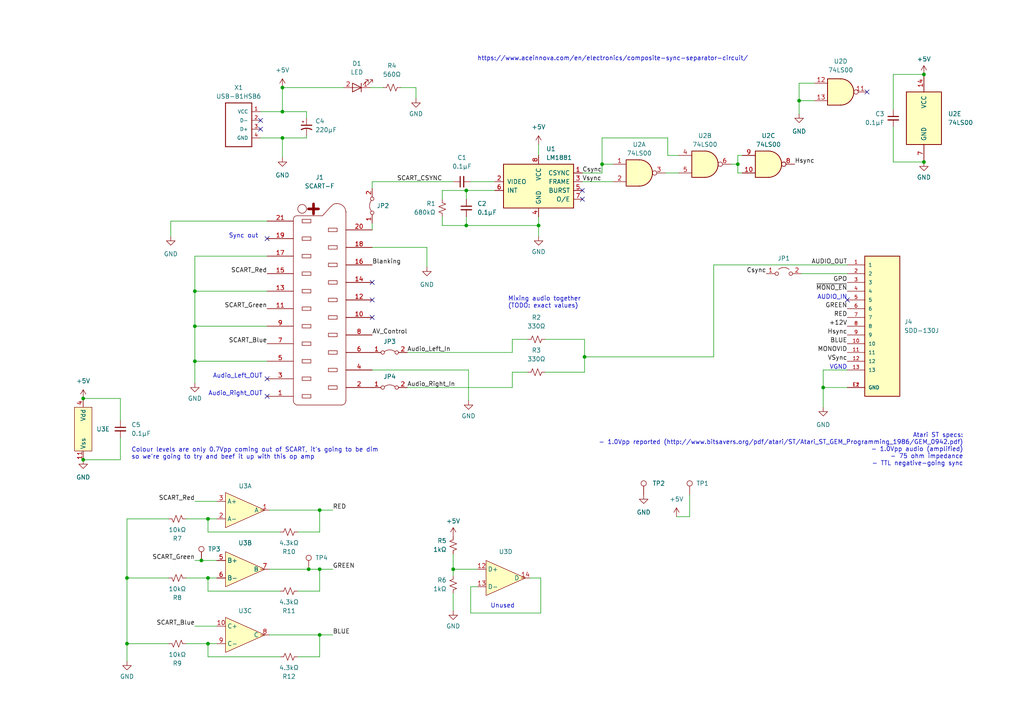
<source format=kicad_sch>
(kicad_sch (version 20230121) (generator eeschema)
  (paper "A4")
  (lib_symbols
    (symbol "74xx:74LS00" (pin_names (offset 1.016))
      (property "Reference" "U" (at 0 1.27 0))
      (property "Value" "74LS00" (at 0 -1.27 0))
      (symbol "74LS00_1_1"
        (arc (start 0 -3.81) (mid 3.7934 0) (end 0 3.81) (stroke (width 0.254)) (fill (type background)))
        (polyline (pts (xy 0 3.81) (xy -3.81 3.81) (xy -3.81 -3.81) (xy 0 -3.81)) (stroke (width 0.254)) (fill (type background)))
        (pin input line (at -7.62 2.54 0) (length 3.81) (name "~") (number "1"))
        (pin input line (at -7.62 -2.54 0) (length 3.81) (name "~") (number "2"))
        (pin output inverted (at 7.62 0 180) (length 3.81) (name "~") (number "3"))
      )
      (symbol "74LS00_1_2"
        (arc (start -3.81 -3.81) (mid -2.589 0) (end -3.81 3.81) (stroke (width 0.254)))
        (arc (start -0.6096 -3.81) (mid 2.1842 -2.5851) (end 3.81 0) (stroke (width 0.254)) (fill (type background)))
        (polyline (pts (xy -3.81 -3.81) (xy -0.635 -3.81)) (stroke (width 0.254)) (fill (type background)))
        (polyline (pts (xy -3.81 3.81) (xy -0.635 3.81)) (stroke (width 0.254)) (fill (type background)))
        (polyline (pts (xy -0.635 3.81) (xy -3.81 3.81) (xy -3.81 3.81) (xy -3.556 3.4036) (xy -3.0226 2.2606) (xy -2.6924 1.0414) (xy -2.6162 -0.254) (xy -2.7686 -1.4986) (xy -3.175 -2.7178) (xy -3.81 -3.81) (xy -3.81 -3.81) (xy -0.635 -3.81)) (stroke (width -25.4)) (fill (type background)))
        (arc (start 3.81 0) (mid 2.1915 2.5936) (end -0.6096 3.81) (stroke (width 0.254)) (fill (type background)))
        (pin input inverted (at -7.62 2.54 0) (length 4.318) (name "~") (number "1"))
        (pin input inverted (at -7.62 -2.54 0) (length 4.318) (name "~") (number "2"))
        (pin output line (at 7.62 0 180) (length 3.81) (name "~") (number "3"))
      )
      (symbol "74LS00_2_1"
        (arc (start 0 -3.81) (mid 3.7934 0) (end 0 3.81) (stroke (width 0.254)) (fill (type background)))
        (polyline (pts (xy 0 3.81) (xy -3.81 3.81) (xy -3.81 -3.81) (xy 0 -3.81)) (stroke (width 0.254)) (fill (type background)))
        (pin input line (at -7.62 2.54 0) (length 3.81) (name "~") (number "4"))
        (pin input line (at -7.62 -2.54 0) (length 3.81) (name "~") (number "5"))
        (pin output inverted (at 7.62 0 180) (length 3.81) (name "~") (number "6"))
      )
      (symbol "74LS00_2_2"
        (arc (start -3.81 -3.81) (mid -2.589 0) (end -3.81 3.81) (stroke (width 0.254)))
        (arc (start -0.6096 -3.81) (mid 2.1842 -2.5851) (end 3.81 0) (stroke (width 0.254)) (fill (type background)))
        (polyline (pts (xy -3.81 -3.81) (xy -0.635 -3.81)) (stroke (width 0.254)) (fill (type background)))
        (polyline (pts (xy -3.81 3.81) (xy -0.635 3.81)) (stroke (width 0.254)) (fill (type background)))
        (polyline (pts (xy -0.635 3.81) (xy -3.81 3.81) (xy -3.81 3.81) (xy -3.556 3.4036) (xy -3.0226 2.2606) (xy -2.6924 1.0414) (xy -2.6162 -0.254) (xy -2.7686 -1.4986) (xy -3.175 -2.7178) (xy -3.81 -3.81) (xy -3.81 -3.81) (xy -0.635 -3.81)) (stroke (width -25.4)) (fill (type background)))
        (arc (start 3.81 0) (mid 2.1915 2.5936) (end -0.6096 3.81) (stroke (width 0.254)) (fill (type background)))
        (pin input inverted (at -7.62 2.54 0) (length 4.318) (name "~") (number "4"))
        (pin input inverted (at -7.62 -2.54 0) (length 4.318) (name "~") (number "5"))
        (pin output line (at 7.62 0 180) (length 3.81) (name "~") (number "6"))
      )
      (symbol "74LS00_3_1"
        (arc (start 0 -3.81) (mid 3.7934 0) (end 0 3.81) (stroke (width 0.254)) (fill (type background)))
        (polyline (pts (xy 0 3.81) (xy -3.81 3.81) (xy -3.81 -3.81) (xy 0 -3.81)) (stroke (width 0.254)) (fill (type background)))
        (pin input line (at -7.62 -2.54 0) (length 3.81) (name "~") (number "10"))
        (pin output inverted (at 7.62 0 180) (length 3.81) (name "~") (number "8"))
        (pin input line (at -7.62 2.54 0) (length 3.81) (name "~") (number "9"))
      )
      (symbol "74LS00_3_2"
        (arc (start -3.81 -3.81) (mid -2.589 0) (end -3.81 3.81) (stroke (width 0.254)))
        (arc (start -0.6096 -3.81) (mid 2.1842 -2.5851) (end 3.81 0) (stroke (width 0.254)) (fill (type background)))
        (polyline (pts (xy -3.81 -3.81) (xy -0.635 -3.81)) (stroke (width 0.254)) (fill (type background)))
        (polyline (pts (xy -3.81 3.81) (xy -0.635 3.81)) (stroke (width 0.254)) (fill (type background)))
        (polyline (pts (xy -0.635 3.81) (xy -3.81 3.81) (xy -3.81 3.81) (xy -3.556 3.4036) (xy -3.0226 2.2606) (xy -2.6924 1.0414) (xy -2.6162 -0.254) (xy -2.7686 -1.4986) (xy -3.175 -2.7178) (xy -3.81 -3.81) (xy -3.81 -3.81) (xy -0.635 -3.81)) (stroke (width -25.4)) (fill (type background)))
        (arc (start 3.81 0) (mid 2.1915 2.5936) (end -0.6096 3.81) (stroke (width 0.254)) (fill (type background)))
        (pin input inverted (at -7.62 -2.54 0) (length 4.318) (name "~") (number "10"))
        (pin output line (at 7.62 0 180) (length 3.81) (name "~") (number "8"))
        (pin input inverted (at -7.62 2.54 0) (length 4.318) (name "~") (number "9"))
      )
      (symbol "74LS00_4_1"
        (arc (start 0 -3.81) (mid 3.7934 0) (end 0 3.81) (stroke (width 0.254)) (fill (type background)))
        (polyline (pts (xy 0 3.81) (xy -3.81 3.81) (xy -3.81 -3.81) (xy 0 -3.81)) (stroke (width 0.254)) (fill (type background)))
        (pin output inverted (at 7.62 0 180) (length 3.81) (name "~") (number "11"))
        (pin input line (at -7.62 2.54 0) (length 3.81) (name "~") (number "12"))
        (pin input line (at -7.62 -2.54 0) (length 3.81) (name "~") (number "13"))
      )
      (symbol "74LS00_4_2"
        (arc (start -3.81 -3.81) (mid -2.589 0) (end -3.81 3.81) (stroke (width 0.254)))
        (arc (start -0.6096 -3.81) (mid 2.1842 -2.5851) (end 3.81 0) (stroke (width 0.254)) (fill (type background)))
        (polyline (pts (xy -3.81 -3.81) (xy -0.635 -3.81)) (stroke (width 0.254)) (fill (type background)))
        (polyline (pts (xy -3.81 3.81) (xy -0.635 3.81)) (stroke (width 0.254)) (fill (type background)))
        (polyline (pts (xy -0.635 3.81) (xy -3.81 3.81) (xy -3.81 3.81) (xy -3.556 3.4036) (xy -3.0226 2.2606) (xy -2.6924 1.0414) (xy -2.6162 -0.254) (xy -2.7686 -1.4986) (xy -3.175 -2.7178) (xy -3.81 -3.81) (xy -3.81 -3.81) (xy -0.635 -3.81)) (stroke (width -25.4)) (fill (type background)))
        (arc (start 3.81 0) (mid 2.1915 2.5936) (end -0.6096 3.81) (stroke (width 0.254)) (fill (type background)))
        (pin output line (at 7.62 0 180) (length 3.81) (name "~") (number "11"))
        (pin input inverted (at -7.62 2.54 0) (length 4.318) (name "~") (number "12"))
        (pin input inverted (at -7.62 -2.54 0) (length 4.318) (name "~") (number "13"))
      )
      (symbol "74LS00_5_0"
        (pin power_in line (at 0 12.7 270) (length 5.08) (name "VCC") (number "14"))
        (pin power_in line (at 0 -12.7 90) (length 5.08) (name "GND") (number "7"))
      )
      (symbol "74LS00_5_1"
        (rectangle (start -5.08 7.62) (end 5.08 -7.62) (stroke (width 0.254)) (fill (type background)))
      )
    )
    (symbol "Amps:MCP6499"
      (property "Reference" "U" (at 0 0 0))
      (symbol "MCP6499_1_1"
        (polyline (pts (xy -5.08 5.08) (xy -5.08 -5.08) (xy 6.35 0) (xy -5.08 5.08)) (fill (type background)))
        (pin output line (at 7.62 0 180) (length 2.54) (name "A") (number "1"))
        (pin input line (at -7.62 -2.54 0) (length 2.54) (name "A-") (number "2"))
        (pin input line (at -7.62 2.54 0) (length 2.54) (name "A+") (number "3"))
      )
      (symbol "MCP6499_2_1"
        (polyline (pts (xy -5.08 5.08) (xy -5.08 -5.08) (xy 6.35 0) (xy -5.08 5.08)) (fill (type background)))
        (pin input line (at -7.62 2.54 0) (length 2.54) (name "B+") (number "5"))
        (pin input line (at -7.62 -2.54 0) (length 2.54) (name "B-") (number "6"))
        (pin output line (at 7.62 0 180) (length 2.54) (name "B") (number "7"))
      )
      (symbol "MCP6499_3_1"
        (polyline (pts (xy -5.08 5.08) (xy -5.08 -5.08) (xy 6.35 0) (xy -5.08 5.08)) (fill (type background)))
        (pin input line (at -7.62 2.54 0) (length 2.54) (name "C+") (number "10"))
        (pin output line (at 7.62 0 180) (length 2.54) (name "C") (number "8"))
        (pin input line (at -7.62 -2.54 0) (length 2.54) (name "C-") (number "9"))
      )
      (symbol "MCP6499_4_1"
        (polyline (pts (xy -5.08 5.08) (xy -5.08 -5.08) (xy 6.35 0) (xy -5.08 5.08)) (fill (type background)))
        (pin input line (at -7.62 2.54 0) (length 2.54) (name "D+") (number "12"))
        (pin input line (at -7.62 -2.54 0) (length 2.54) (name "D-") (number "13"))
        (pin output line (at 7.62 0 180) (length 2.54) (name "D") (number "14"))
      )
      (symbol "MCP6499_5_1"
        (rectangle (start -2.54 6.35) (end 2.54 -6.35) (fill (type background)))
        (pin power_in line (at 0 -8.89 90) (length 2.54) (name "Vss") (number "11"))
        (pin power_in line (at 0 8.89 270) (length 2.54) (name "Vdd") (number "4"))
      )
    )
    (symbol "Connector:TestPoint" (pin_numbers hide) (pin_names (offset 0.762) hide)
      (property "Reference" "TP" (at 0 6.858 0))
      (property "Value" "TestPoint" (at 0 5.08 0))
      (symbol "TestPoint_0_1"
        (circle (center 0 3.302) (radius 0.762))
      )
      (symbol "TestPoint_1_1"
        (pin passive line (at 0 0 90) (length 2.54) (name "1") (number "1"))
      )
    )
    (symbol "Device:C_Polarized_Small_US" (pin_numbers hide) (pin_names (offset 0.254) hide)
      (property "Reference" "C" (at 0.254 1.778 0))
      (property "Value" "C_Polarized_Small_US" (at 0.254 -2.032 0))
      (symbol "C_Polarized_Small_US_0_1"
        (polyline (pts (xy -1.524 0.508) (xy 1.524 0.508)) (stroke (width 0.3048)))
        (polyline (pts (xy -1.27 1.524) (xy -0.762 1.524)))
        (polyline (pts (xy -1.016 1.27) (xy -1.016 1.778)))
        (arc (start 1.524 -0.762) (mid 0 -0.3734) (end -1.524 -0.762) (stroke (width 0.3048)))
      )
      (symbol "C_Polarized_Small_US_1_1"
        (pin passive line (at 0 2.54 270) (length 2.032) (name "~") (number "1"))
        (pin passive line (at 0 -2.54 90) (length 2.032) (name "~") (number "2"))
      )
    )
    (symbol "Device:C_Small" (pin_numbers hide) (pin_names (offset 0.254) hide)
      (property "Reference" "C" (at 0.254 1.778 0))
      (property "Value" "C_Small" (at 0.254 -2.032 0))
      (symbol "C_Small_0_1"
        (polyline (pts (xy -1.524 -0.508) (xy 1.524 -0.508)) (stroke (width 0.3302)))
        (polyline (pts (xy -1.524 0.508) (xy 1.524 0.508)) (stroke (width 0.3048)))
      )
      (symbol "C_Small_1_1"
        (pin passive line (at 0 2.54 270) (length 2.032) (name "~") (number "1"))
        (pin passive line (at 0 -2.54 90) (length 2.032) (name "~") (number "2"))
      )
    )
    (symbol "Device:R_Small_US" (pin_numbers hide) (pin_names (offset 0.254) hide)
      (property "Reference" "R" (at 0.762 0.508 0))
      (property "Value" "R_Small_US" (at 0.762 -1.016 0))
      (symbol "R_Small_US_1_1"
        (polyline (pts (xy 0 0) (xy 1.016 -0.381) (xy 0 -0.762) (xy -1.016 -1.143) (xy 0 -1.524)))
        (polyline (pts (xy 0 1.524) (xy 1.016 1.143) (xy 0 0.762) (xy -1.016 0.381) (xy 0 0)))
        (pin passive line (at 0 2.54 270) (length 1.016) (name "~") (number "1"))
        (pin passive line (at 0 -2.54 90) (length 1.016) (name "~") (number "2"))
      )
    )
    (symbol "Jumper:Jumper_2_Bridged" (pin_names (offset 0) hide)
      (property "Reference" "JP" (at 0 1.905 0))
      (property "Value" "Jumper_2_Bridged" (at 0 -2.54 0))
      (symbol "Jumper_2_Bridged_0_0"
        (circle (center -2.032 0) (radius 0.508))
        (circle (center 2.032 0) (radius 0.508))
      )
      (symbol "Jumper_2_Bridged_0_1"
        (arc (start 1.524 0.254) (mid 0 0.762) (end -1.524 0.254))
      )
      (symbol "Jumper_2_Bridged_1_1"
        (pin passive line (at -5.08 0 0) (length 2.54) (name "A") (number "1"))
        (pin passive line (at 5.08 0 180) (length 2.54) (name "B") (number "2"))
      )
    )
    (symbol "Jumper:Jumper_2_Open" (pin_names (offset 0) hide)
      (property "Reference" "JP" (at 0 2.794 0))
      (property "Value" "Jumper_2_Open" (at 0 -2.286 0))
      (symbol "Jumper_2_Open_0_0"
        (circle (center -2.032 0) (radius 0.508))
        (circle (center 2.032 0) (radius 0.508))
      )
      (symbol "Jumper_2_Open_0_1"
        (arc (start 1.524 1.27) (mid 0 1.778) (end -1.524 1.27))
      )
      (symbol "Jumper_2_Open_1_1"
        (pin passive line (at -5.08 0 0) (length 2.54) (name "A") (number "1"))
        (pin passive line (at 5.08 0 180) (length 2.54) (name "B") (number "2"))
      )
    )
    (symbol "SDD-130J:SDD-130J" (pin_names (offset 1.016))
      (property "Reference" "J" (at -5.08 21.59 0))
      (property "Value" "SDD-130J" (at -5.08 -21.59 0))
      (symbol "SDD-130J_0_0"
        (rectangle (start -5.08 -20.32) (end 5.08 20.32) (stroke (width 0.254)) (fill (type background)))
        (pin passive line (at -10.16 17.78 0) (length 5.08) (name "1") (number "1"))
        (pin passive line (at -10.16 -5.08 0) (length 5.08) (name "10") (number "10"))
        (pin passive line (at -10.16 -7.62 0) (length 5.08) (name "11") (number "11"))
        (pin passive line (at -10.16 -10.16 0) (length 5.08) (name "12") (number "12"))
        (pin passive line (at -10.16 -12.7 0) (length 5.08) (name "13") (number "13"))
        (pin passive line (at -10.16 15.24 0) (length 5.08) (name "2") (number "2"))
        (pin passive line (at -10.16 12.7 0) (length 5.08) (name "3") (number "3"))
        (pin passive line (at -10.16 10.16 0) (length 5.08) (name "4") (number "4"))
        (pin passive line (at -10.16 7.62 0) (length 5.08) (name "5") (number "5"))
        (pin passive line (at -10.16 5.08 0) (length 5.08) (name "6") (number "6"))
        (pin passive line (at -10.16 2.54 0) (length 5.08) (name "7") (number "7"))
        (pin passive line (at -10.16 0 0) (length 5.08) (name "8") (number "8"))
        (pin passive line (at -10.16 -2.54 0) (length 5.08) (name "9") (number "9"))
        (pin power_in line (at -10.16 -17.78 0) (length 5.08) (name "GND") (number "E1"))
        (pin power_in line (at -10.16 -17.78 0) (length 5.08) (name "GND") (number "E2"))
      )
    )
    (symbol "USB-B1HSB6-2:USB-B1HSB6" (pin_names (offset 1.016))
      (property "Reference" "X" (at 0 5.08 0))
      (property "Value" "USB-B1HSB6" (at 0 -10.16 0))
      (symbol "USB-B1HSB6_0_0"
        (polyline (pts (xy 0 -7.62) (xy 7.62 -7.62)) (stroke (width 0.254)))
        (polyline (pts (xy 0 5.08) (xy 0 -7.62)) (stroke (width 0.254)))
        (polyline (pts (xy 7.62 -7.62) (xy 7.62 5.08)) (stroke (width 0.254)))
        (polyline (pts (xy 7.62 5.08) (xy 0 5.08)) (stroke (width 0.254)))
        (pin power_out line (at -2.54 2.54 0) (length 2.54) (name "VCC") (number "1"))
        (pin bidirectional line (at -2.54 0 0) (length 2.54) (name "D-") (number "2"))
        (pin bidirectional line (at -2.54 -2.54 0) (length 2.54) (name "D+") (number "3"))
        (pin power_out line (at -2.54 -5.08 0) (length 2.54) (name "GND") (number "4"))
      )
    )
    (symbol "Video:LM1881" (pin_names (offset 1.016))
      (property "Reference" "U" (at -8.89 8.89 0))
      (property "Value" "LM1881" (at 6.35 8.89 0))
      (symbol "LM1881_0_1"
        (rectangle (start -10.16 7.62) (end 10.16 -5.08) (stroke (width 0.254)) (fill (type background)))
      )
      (symbol "LM1881_1_1"
        (pin output line (at 12.7 5.08 180) (length 2.54) (name "CSYNC") (number "1"))
        (pin input line (at -12.7 2.54 0) (length 2.54) (name "VIDEO") (number "2"))
        (pin output line (at 12.7 2.54 180) (length 2.54) (name "FRAME") (number "3"))
        (pin power_in line (at 0 -7.62 90) (length 2.54) (name "GND") (number "4"))
        (pin output line (at 12.7 0 180) (length 2.54) (name "BURST") (number "5"))
        (pin input line (at -12.7 0 0) (length 2.54) (name "INT") (number "6"))
        (pin output line (at 12.7 -2.54 180) (length 2.54) (name "O/E") (number "7"))
        (pin power_in line (at 0 10.16 270) (length 2.54) (name "VCC") (number "8"))
      )
    )
    (symbol "bkm-129x-scart-vga-rescue:LED" (pin_names (offset 1.016) hide)
      (property "Reference" "D" (at 0 2.54 0))
      (property "Value" "LED" (at 0 -2.54 0))
      (symbol "LED_0_1"
        (polyline (pts (xy -1.27 -1.27) (xy -1.27 1.27)) (stroke (width 0.2032)))
        (polyline (pts (xy -1.27 0) (xy 1.27 0)))
        (polyline (pts (xy 1.27 -1.27) (xy 1.27 1.27) (xy -1.27 0) (xy 1.27 -1.27)) (stroke (width 0.2032)))
        (polyline (pts (xy -3.048 -0.762) (xy -4.572 -2.286) (xy -3.81 -2.286) (xy -4.572 -2.286) (xy -4.572 -1.524)))
        (polyline (pts (xy -1.778 -0.762) (xy -3.302 -2.286) (xy -2.54 -2.286) (xy -3.302 -2.286) (xy -3.302 -1.524)))
      )
      (symbol "LED_1_1"
        (pin passive line (at -3.81 0 0) (length 2.54) (name "K") (number "1"))
        (pin passive line (at 3.81 0 180) (length 2.54) (name "A") (number "2"))
      )
    )
    (symbol "bkm-129x-scart-vga-rescue:SCART-F" (pin_names (offset 0.762) hide)
      (property "Reference" "J" (at 0 30.48 0))
      (property "Value" "SCART-F" (at 1.016 -30.48 0))
      (symbol "SCART-F_0_1"
        (arc (start -7.62 -27.94) (mid -7.248 -28.838) (end -6.35 -29.21))
        (arc (start -6.604 25.6794) (mid -7.3224 25.3818) (end -7.62 24.6634))
        (rectangle (start -5.08 -26.162) (end -2.54 -27.178))
        (rectangle (start -5.08 -21.082) (end -2.54 -22.098))
        (rectangle (start -5.08 -16.002) (end -2.54 -17.018))
        (rectangle (start -5.08 -10.922) (end -2.54 -11.938))
        (rectangle (start -5.08 -5.842) (end -2.54 -6.858))
        (rectangle (start -5.08 -0.762) (end -2.54 -1.778))
        (rectangle (start -5.08 4.318) (end -2.54 3.302))
        (rectangle (start -5.08 9.398) (end -2.54 8.382))
        (rectangle (start -5.08 14.478) (end -2.54 13.462))
        (rectangle (start -5.08 19.558) (end -2.54 18.542))
        (rectangle (start -5.08 24.638) (end -2.54 23.622))
        (circle (center -5.08 27.686) (radius 1.27))
        (polyline (pts (xy -7.62 21.59) (xy -7.62 -27.94)))
        (polyline (pts (xy -7.62 21.59) (xy -7.62 22.86)))
        (polyline (pts (xy -7.62 23.3934) (xy -7.62 22.86)))
        (polyline (pts (xy -7.62 23.3934) (xy -7.62 24.6634)))
        (polyline (pts (xy -6.604 25.6794) (xy 0.508 25.6794)))
        (polyline (pts (xy -6.35 -29.21) (xy 6.35 -29.21)))
        (polyline (pts (xy 3.302 28.448) (xy 1.27 26.162)))
        (polyline (pts (xy 4.826 29.21) (xy 5.08 29.21)))
        (polyline (pts (xy 7.62 -27.94) (xy 7.62 26.9494)))
        (arc (start 0.508 25.654) (mid 0.9569 25.8002) (end 1.2192 26.1874))
        (rectangle (start 2.54 -23.622) (end 5.08 -24.638))
        (rectangle (start 2.54 -18.542) (end 5.08 -19.558))
        (rectangle (start 2.54 -13.462) (end 5.08 -14.478))
        (rectangle (start 2.54 -8.382) (end 5.08 -9.398))
        (rectangle (start 2.54 -3.302) (end 5.08 -4.318))
        (rectangle (start 2.54 1.778) (end 5.08 0.762))
        (rectangle (start 2.54 6.858) (end 5.08 5.842))
        (rectangle (start 2.54 11.938) (end 5.08 10.922))
        (rectangle (start 2.54 17.018) (end 5.08 16.002))
        (rectangle (start 2.54 22.098) (end 5.08 21.082))
        (arc (start 4.826 29.21) (mid 3.999 29.0026) (end 3.3782 28.4226))
        (arc (start 6.35 -29.21) (mid 7.248 -28.838) (end 7.62 -27.94))
        (arc (start 7.62 26.67) (mid 6.8761 28.4661) (end 5.08 29.21))
        (text "+" (at -1.778 27.94 0) (effects (font (size 3.81 3.81) bold)))
      )
      (symbol "SCART-F_1_1"
        (pin passive line (at -15.24 -26.67 0) (length 7.62) (name "P1") (number "1"))
        (pin passive line (at 15.24 -3.81 180) (length 7.62) (name "P10") (number "10"))
        (pin passive line (at -15.24 -1.27 0) (length 7.62) (name "P11") (number "11"))
        (pin passive line (at 15.24 1.27 180) (length 7.62) (name "P12") (number "12"))
        (pin passive line (at -15.24 3.81 0) (length 7.62) (name "P13") (number "13"))
        (pin passive line (at 15.24 6.35 180) (length 7.62) (name "P14") (number "14"))
        (pin passive line (at -15.24 8.89 0) (length 7.62) (name "P15") (number "15"))
        (pin passive line (at 15.24 11.43 180) (length 7.62) (name "P16") (number "16"))
        (pin passive line (at -15.24 13.97 0) (length 7.62) (name "P17") (number "17"))
        (pin passive line (at 15.24 16.51 180) (length 7.62) (name "P18") (number "18"))
        (pin passive line (at -15.24 19.05 0) (length 7.62) (name "P19") (number "19"))
        (pin passive line (at 15.24 -24.13 180) (length 7.62) (name "P2") (number "2"))
        (pin passive line (at 15.24 21.59 180) (length 7.62) (name "P20") (number "20"))
        (pin passive line (at -15.24 24.13 0) (length 7.62) (name "P21") (number "21"))
        (pin passive line (at -15.24 -21.59 0) (length 7.62) (name "P3") (number "3"))
        (pin passive line (at 15.24 -19.05 180) (length 7.62) (name "P4") (number "4"))
        (pin passive line (at -15.24 -16.51 0) (length 7.62) (name "P5") (number "5"))
        (pin passive line (at 15.24 -13.97 180) (length 7.62) (name "P6") (number "6"))
        (pin passive line (at -15.24 -11.43 0) (length 7.62) (name "P7") (number "7"))
        (pin passive line (at 15.24 -8.89 180) (length 7.62) (name "P8") (number "8"))
        (pin passive line (at -15.24 -6.35 0) (length 7.62) (name "P9") (number "9"))
      )
    )
    (symbol "power:+5V" (power) (pin_names (offset 0))
      (property "Value" "+5V" (at 0 3.556 0))
      (symbol "+5V_0_1"
        (polyline (pts (xy -0.762 1.27) (xy 0 2.54)))
        (polyline (pts (xy 0 0) (xy 0 2.54)))
        (polyline (pts (xy 0 2.54) (xy 0.762 1.27)))
      )
      (symbol "+5V_1_1"
        (pin power_in line (at 0 0 90) (length 0) hide (name "+5V") (number "1"))
      )
    )
    (symbol "power:GND" (power) (pin_names (offset 0))
      (property "Value" "GND" (at 0 -3.81 0))
      (symbol "GND_0_1"
        (polyline (pts (xy 0 0) (xy 0 -1.27) (xy 1.27 -1.27) (xy 0 -2.54) (xy -1.27 -1.27) (xy 0 -1.27)))
      )
      (symbol "GND_1_1"
        (pin power_in line (at 0 0 270) (length 0) hide (name "GND") (number "1"))
      )
    )
  )
  (junction (at 36.83 186.69))
  (junction (at 36.83 167.64))
  (junction (at 238.76 112.395))
  (junction (at 231.775 29.21))
  (junction (at 267.97 21.59))
  (junction (at 24.13 133.35))
  (junction (at 60.325 167.64))
  (junction (at 56.515 104.775))
  (junction (at 24.13 115.57))
  (junction (at 56.515 94.615))
  (junction (at 56.515 84.455))
  (junction (at 81.915 32.385))
  (junction (at 92.71 165.1))
  (junction (at 81.915 25.4))
  (junction (at 174.625 47.625))
  (junction (at 92.71 147.955))
  (junction (at 267.97 46.99))
  (junction (at 135.255 65.405))
  (junction (at 131.445 165.1))
  (junction (at 169.545 103.505))
  (junction (at 156.21 65.405))
  (junction (at 92.71 184.15))
  (junction (at 135.255 55.245))
  (junction (at 81.915 40.005))
  (junction (at 60.325 186.69))
  (junction (at 58.42 162.56))
  (junction (at 213.995 47.625))
  (junction (at 89.535 165.1))
  (junction (at 60.325 150.495))
  (no_connect (at 75.565 34.925))
  (no_connect (at 75.565 37.465))
  (no_connect (at 107.95 81.915))
  (no_connect (at 107.95 86.995))
  (no_connect (at 107.95 92.075))
  (no_connect (at 251.46 26.67))
  (no_connect (at 245.745 86.995))
  (no_connect (at 168.91 55.245))
  (no_connect (at 168.91 57.785))
  (no_connect (at 77.47 114.935))
  (no_connect (at 77.47 69.215))
  (no_connect (at 77.47 109.855))
  (wire (pts (xy 207.01 76.835) (xy 207.01 103.505)))
  (wire (pts (xy 128.27 65.405) (xy 135.255 65.405)))
  (wire (pts (xy 138.43 170.18) (xy 136.525 170.18)))
  (wire (pts (xy 231.775 24.13) (xy 236.22 24.13)))
  (wire (pts (xy 131.445 160.655) (xy 131.445 165.1)))
  (wire (pts (xy 131.445 167.005) (xy 131.445 165.1)))
  (wire (pts (xy 36.83 150.495) (xy 48.895 150.495)))
  (wire (pts (xy 36.83 191.77) (xy 36.83 186.69)))
  (wire (pts (xy 259.08 21.59) (xy 267.97 21.59)))
  (wire (pts (xy 34.925 127) (xy 34.925 133.35)))
  (wire (pts (xy 207.01 103.505) (xy 169.545 103.505)))
  (wire (pts (xy 56.515 84.455) (xy 56.515 94.615)))
  (wire (pts (xy 158.115 107.95) (xy 169.545 107.95)))
  (wire (pts (xy 92.71 171.45) (xy 92.71 165.1)))
  (wire (pts (xy 158.115 98.425) (xy 169.545 98.425)))
  (wire (pts (xy 123.825 77.47) (xy 123.825 71.755)))
  (wire (pts (xy 156.21 41.91) (xy 156.21 45.085)))
  (wire (pts (xy 36.83 167.64) (xy 36.83 150.495)))
  (wire (pts (xy 259.08 46.99) (xy 259.08 36.83)))
  (wire (pts (xy 118.11 102.235) (xy 148.59 102.235)))
  (wire (pts (xy 156.21 68.58) (xy 156.21 65.405)))
  (wire (pts (xy 53.975 167.64) (xy 60.325 167.64)))
  (wire (pts (xy 156.845 167.64) (xy 153.67 167.64)))
  (wire (pts (xy 169.545 107.95) (xy 169.545 103.505)))
  (wire (pts (xy 174.625 40.005) (xy 174.625 47.625)))
  (wire (pts (xy 92.71 190.5) (xy 92.71 184.15)))
  (wire (pts (xy 135.89 107.315) (xy 107.95 107.315)))
  (wire (pts (xy 213.995 45.085) (xy 215.265 45.085)))
  (wire (pts (xy 36.83 186.69) (xy 48.895 186.69)))
  (wire (pts (xy 34.925 133.35) (xy 24.13 133.35)))
  (wire (pts (xy 77.47 74.295) (xy 56.515 74.295)))
  (wire (pts (xy 77.47 84.455) (xy 56.515 84.455)))
  (wire (pts (xy 49.53 64.135) (xy 77.47 64.135)))
  (wire (pts (xy 88.9 32.385) (xy 81.915 32.385)))
  (wire (pts (xy 60.325 186.69) (xy 62.865 186.69)))
  (wire (pts (xy 207.01 76.835) (xy 245.745 76.835)))
  (wire (pts (xy 215.265 50.165) (xy 213.995 50.165)))
  (wire (pts (xy 107.315 25.4) (xy 111.125 25.4)))
  (wire (pts (xy 245.745 107.315) (xy 238.76 107.315)))
  (wire (pts (xy 238.76 118.11) (xy 238.76 112.395)))
  (wire (pts (xy 60.325 171.45) (xy 60.325 167.64)))
  (wire (pts (xy 136.525 170.18) (xy 136.525 177.8)))
  (wire (pts (xy 88.9 34.29) (xy 88.9 32.385)))
  (wire (pts (xy 56.515 181.61) (xy 62.865 181.61)))
  (wire (pts (xy 78.105 147.955) (xy 92.71 147.955)))
  (wire (pts (xy 88.9 39.37) (xy 88.9 40.005)))
  (wire (pts (xy 238.76 112.395) (xy 245.745 112.395)))
  (wire (pts (xy 60.325 150.495) (xy 62.865 150.495)))
  (wire (pts (xy 49.53 64.135) (xy 49.53 68.58)))
  (wire (pts (xy 81.28 190.5) (xy 60.325 190.5)))
  (wire (pts (xy 196.215 149.86) (xy 200.025 149.86)))
  (wire (pts (xy 56.515 104.775) (xy 77.47 104.775)))
  (wire (pts (xy 58.42 162.56) (xy 62.865 162.56)))
  (wire (pts (xy 213.995 50.165) (xy 213.995 47.625)))
  (wire (pts (xy 56.515 104.775) (xy 56.515 111.125)))
  (wire (pts (xy 78.105 184.15) (xy 92.71 184.15)))
  (wire (pts (xy 60.325 167.64) (xy 62.865 167.64)))
  (wire (pts (xy 136.525 52.705) (xy 143.51 52.705)))
  (wire (pts (xy 56.515 162.56) (xy 58.42 162.56)))
  (wire (pts (xy 34.925 115.57) (xy 24.13 115.57)))
  (wire (pts (xy 135.255 55.245) (xy 128.27 55.245)))
  (wire (pts (xy 131.445 165.1) (xy 138.43 165.1)))
  (wire (pts (xy 36.83 167.64) (xy 48.895 167.64)))
  (wire (pts (xy 135.255 65.405) (xy 156.21 65.405)))
  (wire (pts (xy 193.675 45.085) (xy 193.675 40.005)))
  (wire (pts (xy 92.71 147.955) (xy 96.52 147.955)))
  (wire (pts (xy 267.97 46.99) (xy 259.08 46.99)))
  (wire (pts (xy 56.515 94.615) (xy 77.47 94.615)))
  (wire (pts (xy 128.27 55.245) (xy 128.27 57.785)))
  (wire (pts (xy 89.535 165.1) (xy 92.71 165.1)))
  (wire (pts (xy 231.775 33.02) (xy 231.775 29.21)))
  (wire (pts (xy 136.525 177.8) (xy 156.845 177.8)))
  (wire (pts (xy 168.91 50.165) (xy 174.625 50.165)))
  (wire (pts (xy 148.59 112.395) (xy 148.59 107.95)))
  (wire (pts (xy 81.915 32.385) (xy 75.565 32.385)))
  (wire (pts (xy 238.76 107.315) (xy 238.76 112.395)))
  (wire (pts (xy 92.71 154.305) (xy 92.71 147.955)))
  (wire (pts (xy 92.71 165.1) (xy 96.52 165.1)))
  (wire (pts (xy 107.95 52.705) (xy 107.95 54.61)))
  (wire (pts (xy 200.025 149.86) (xy 200.025 143.51)))
  (wire (pts (xy 81.915 40.005) (xy 75.565 40.005)))
  (wire (pts (xy 193.04 50.165) (xy 196.85 50.165)))
  (wire (pts (xy 81.915 45.72) (xy 81.915 40.005)))
  (wire (pts (xy 53.975 186.69) (xy 60.325 186.69)))
  (wire (pts (xy 174.625 47.625) (xy 177.8 47.625)))
  (wire (pts (xy 53.975 150.495) (xy 60.325 150.495)))
  (wire (pts (xy 135.89 116.205) (xy 135.89 107.315)))
  (wire (pts (xy 86.36 190.5) (xy 92.71 190.5)))
  (wire (pts (xy 259.08 31.75) (xy 259.08 21.59)))
  (wire (pts (xy 81.28 154.305) (xy 60.325 154.305)))
  (wire (pts (xy 118.11 112.395) (xy 148.59 112.395)))
  (wire (pts (xy 120.65 28.575) (xy 120.65 25.4)))
  (wire (pts (xy 56.515 145.415) (xy 62.865 145.415)))
  (wire (pts (xy 213.995 47.625) (xy 213.995 45.085)))
  (wire (pts (xy 81.28 171.45) (xy 60.325 171.45)))
  (wire (pts (xy 169.545 103.505) (xy 169.545 98.425)))
  (wire (pts (xy 174.625 50.165) (xy 174.625 47.625)))
  (wire (pts (xy 231.775 29.21) (xy 231.775 24.13)))
  (wire (pts (xy 128.27 62.865) (xy 128.27 65.405)))
  (wire (pts (xy 107.95 52.705) (xy 131.445 52.705)))
  (wire (pts (xy 60.325 154.305) (xy 60.325 150.495)))
  (wire (pts (xy 193.675 40.005) (xy 174.625 40.005)))
  (wire (pts (xy 148.59 102.235) (xy 148.59 98.425)))
  (wire (pts (xy 81.915 25.4) (xy 81.915 32.385)))
  (wire (pts (xy 60.325 190.5) (xy 60.325 186.69)))
  (wire (pts (xy 196.85 45.085) (xy 193.675 45.085)))
  (wire (pts (xy 231.775 29.21) (xy 236.22 29.21)))
  (wire (pts (xy 123.825 71.755) (xy 107.95 71.755)))
  (wire (pts (xy 86.36 171.45) (xy 92.71 171.45)))
  (wire (pts (xy 88.9 40.005) (xy 81.915 40.005)))
  (wire (pts (xy 107.95 64.77) (xy 107.95 66.675)))
  (wire (pts (xy 34.925 121.92) (xy 34.925 115.57)))
  (wire (pts (xy 78.105 165.1) (xy 89.535 165.1)))
  (wire (pts (xy 232.41 79.375) (xy 245.745 79.375)))
  (wire (pts (xy 135.255 62.865) (xy 135.255 65.405)))
  (wire (pts (xy 168.91 52.705) (xy 177.8 52.705)))
  (wire (pts (xy 156.21 65.405) (xy 156.21 62.865)))
  (wire (pts (xy 86.36 154.305) (xy 92.71 154.305)))
  (wire (pts (xy 92.71 184.15) (xy 96.52 184.15)))
  (wire (pts (xy 120.65 25.4) (xy 116.205 25.4)))
  (wire (pts (xy 135.255 55.245) (xy 135.255 57.785)))
  (wire (pts (xy 156.845 177.8) (xy 156.845 167.64)))
  (wire (pts (xy 56.515 94.615) (xy 56.515 104.775)))
  (wire (pts (xy 56.515 74.295) (xy 56.515 84.455)))
  (wire (pts (xy 212.09 47.625) (xy 213.995 47.625)))
  (wire (pts (xy 148.59 98.425) (xy 153.035 98.425)))
  (wire (pts (xy 131.445 172.085) (xy 131.445 177.165)))
  (wire (pts (xy 148.59 107.95) (xy 153.035 107.95)))
  (wire (pts (xy 81.915 25.4) (xy 99.695 25.4)))
  (wire (pts (xy 36.83 186.69) (xy 36.83 167.64)))
  (wire (pts (xy 143.51 55.245) (xy 135.255 55.245)))
  (text "Audio_Right_OUT" (at 76.2 114.935 0) (effects (font (size 1.27 1.27)) (justify right bottom)))
  (text "Audio_Left_OUT" (at 76.2 109.855 0) (effects (font (size 1.27 1.27)) (justify right bottom)))
  (text "Colour levels are only 0.7Vpp coming out of SCART, it's going to be dim\nso we're going to try and beef it up with this op amp" (at 38.1 133.35 0) (effects (font (size 1.27 1.27)) (justify left bottom)))
  (text "Unused" (at 142.24 176.53 0) (effects (font (size 1.27 1.27)) (justify left bottom)))
  (text "Atari ST specs:\n- 1.0Vpp reported (http://www.bitsavers.org/pdf/atari/ST/Atari_ST_GEM_Programming_1986/GEM_0942.pdf)\n- 1.0Vpp audio (amplified)\n- 75 ohm impedance\n- TTL negative-going sync" (at 279.4 135.255 0) (effects (font (size 1.27 1.27)) (justify right bottom)))
  (text "Mixing audio together\n(TODO: exact values)" (at 147.32 89.535 0) (effects (font (size 1.27 1.27)) (justify left bottom)))
  (text "Sync out" (at 74.93 69.215 0) (effects (font (size 1.27 1.27)) (justify right bottom)))
  (text "https://www.aceinnova.com/en/electronics/composite-sync-separator-circuit/" (at 138.43 17.78 0) (effects (font (size 1.27 1.27)) (justify left bottom)))
  (text "AUDIO_IN" (at 245.745 86.995 0) (effects (font (size 1.27 1.27)) (justify right bottom)))
  (text "VGND" (at 245.745 107.315 0) (effects (font (size 1.27 1.27)) (justify right bottom)))
  (label "MONOVID" (at 245.745 102.235 180))
  (label "Csync" (at 168.91 50.165 0))
  (label "Audio_Right_In" (at 118.11 112.395 0))
  (label "Csync" (at 222.25 79.375 180))
  (label "SCART_Green" (at 77.47 89.535 180))
  (label "Hsync" (at 230.505 47.625 0))
  (label "+12V" (at 245.745 94.615 180))
  (label "SCART_Blue" (at 77.47 99.695 180))
  (label "SCART_Red" (at 77.47 79.375 180))
  (label "AV_Control" (at 107.95 97.155 0))
  (label "Audio_Left_In" (at 118.11 102.235 0))
  (label "BLUE" (at 96.52 184.15 0))
  (label "GPO" (at 245.745 81.915 180))
  (label "RED" (at 245.745 92.075 180))
  (label "BLUE" (at 245.745 99.695 180))
  (label "Blanking" (at 107.95 76.835 0))
  (label "Vsync" (at 168.91 52.705 0))
  (label "AUDIO_OUT" (at 245.745 76.835 180))
  (label "VSync" (at 245.745 104.775 180))
  (label "SCART_Blue" (at 56.515 181.61 180))
  (label "SCART_CSYNC" (at 128.27 52.705 180))
  (label "GREEN" (at 96.52 165.1 0))
  (label "SCART_Red" (at 56.515 145.415 180))
  (label "Hsync" (at 245.745 97.155 180))
  (label "SCART_Green" (at 56.515 162.56 180))
  (label "RED" (at 96.52 147.955 0))
  (label "GREEN" (at 245.745 89.535 180))
  (label "~{MONO_EN}" (at 245.745 84.455 180))
  (symbol (lib_id "power:GND") (at 81.915 45.72 0) (unit 1)
    (property "Reference" "#PWR011" (effects hide))
    (property "Value" "GND" (at 81.915 50.8 0))
  )
  (symbol (lib_id "power:GND") (at 238.76 118.11 0) (unit 1)
    (property "Reference" "#PWR01" (effects hide))
    (property "Value" "GND" (at 238.76 123.19 0))
  )
  (symbol (lib_id "bkm-129x-scart-vga-rescue:SCART-F") (at 92.71 88.265 0) (unit 1)
    (property "Reference" "J1" (at 92.71 51.435 0))
    (property "Value" "SCART-F" (at 92.71 53.975 0))
    (property "Footprint" "ninigi-scart-ra:NINIGI-SCART-RA" (effects hide))
  )
  (symbol (lib_id "power:GND") (at 135.89 116.205 0) (unit 1)
    (property "Reference" "#PWR010" (effects hide))
    (property "Value" "GND" (at 135.89 120.65 0))
  )
  (symbol (lib_id "power:GND") (at 267.97 46.99 0) (unit 1)
    (property "Reference" "#PWR05" (effects hide))
    (property "Value" "GND" (at 267.97 51.435 0))
  )
  (symbol (lib_id "Device:R_Small_US") (at 128.27 60.325 0) (unit 1)
    (property "Reference" "R1" (at 126.365 59.055 0) (effects (justify right)))
    (property "Value" "680kΩ" (at 126.365 61.595 0) (effects (justify right)))
    (property "Footprint" "Resistor_SMD:R_0805_2012Metric_Pad1.20x1.40mm_HandSolder" (effects hide))
  )
  (symbol (lib_id "Video:LM1881") (at 156.21 55.245 0) (unit 1)
    (property "Reference" "U1" (at 158.4041 43.18 0) (effects (justify left)))
    (property "Value" "LM1881" (at 158.4041 45.72 0) (effects (justify left)))
    (property "Footprint" "Package_SO:SOIC-8_3.9x4.9mm_P1.27mm" (effects hide))
  )
  (symbol (lib_id "SDD-130J:SDD-130J") (at 255.905 94.615 0) (unit 1)
    (property "Reference" "J4" (at 262.255 93.3449 0) (effects (justify left)))
    (property "Value" "SDD-130J" (at 262.255 95.8849 0) (effects (justify left)))
    (property "Footprint" "SDD-130J:CUI_SDD-130J" (effects hide))
    (property "STANDARD" "Manufacturer Recommendations" (effects hide))
    (property "PARTREV" "1.06/02-13-2020" (effects hide))
    (property "MANUFACTURER" "CUI Devices" (effects hide))
    (property "MAXIMUM_PACKAGE_HEIGHT" "19.80mm" (effects hide))
  )
  (symbol (lib_id "Jumper:Jumper_2_Bridged") (at 113.03 102.235 0) (unit 1)
    (property "Reference" "JP3" (at 113.03 99.06 0))
    (property "Value" "Jumper_2_Bridged" (effects hide))
    (property "Footprint" "Jumper:SolderJumper-2_P1.3mm_Bridged_RoundedPad1.0x1.5mm" (effects hide))
  )
  (symbol (lib_id "Amps:MCP6499") (at 146.05 167.64 0) (unit 4)
    (property "Reference" "U3" (at 146.685 160.02 0))
    (property "Value" "MCP6499" (effects hide))
    (property "Footprint" "Package_SO:SOIC-14_3.9x8.7mm_P1.27mm" (effects hide))
  )
  (symbol (lib_id "Amps:MCP6499") (at 70.485 184.15 0) (unit 3)
    (property "Reference" "U3" (at 71.12 177.165 0))
    (property "Value" "MCP6499" (effects hide))
    (property "Footprint" "Package_SO:SOIC-14_3.9x8.7mm_P1.27mm" (effects hide))
  )
  (symbol (lib_id "Device:R_Small_US") (at 83.82 154.305 90) (unit 1)
    (property "Reference" "R10" (at 83.82 160.02 90))
    (property "Value" "4.3kΩ" (at 83.82 157.48 90))
    (property "Footprint" "Resistor_SMD:R_0805_2012Metric_Pad1.20x1.40mm_HandSolder" (effects hide))
  )
  (symbol (lib_id "74xx:74LS00") (at 204.47 47.625 0) (unit 2)
    (property "Reference" "U2" (at 204.4617 39.37 0))
    (property "Value" "74LS00" (at 204.4617 41.91 0))
    (property "Footprint" "Package_SO:SOIC-14_3.9x8.7mm_P1.27mm" (effects hide))
    (property "Datasheet" "http://www.ti.com/lit/gpn/sn74ls00" (effects hide))
  )
  (symbol (lib_id "power:+5V") (at 81.915 25.4 0) (unit 1)
    (property "Reference" "#PWR012" (effects hide))
    (property "Value" "+5V" (at 81.915 20.32 0))
  )
  (symbol (lib_id "74xx:74LS00") (at 267.97 34.29 0) (unit 5)
    (property "Reference" "U2" (at 274.955 33.02 0) (effects (justify left)))
    (property "Value" "74LS00" (at 274.955 35.56 0) (effects (justify left)))
    (property "Footprint" "Package_SO:SOIC-14_3.9x8.7mm_P1.27mm" (effects hide))
    (property "Datasheet" "http://www.ti.com/lit/gpn/sn74ls00" (effects hide))
  )
  (symbol (lib_id "74xx:74LS00") (at 185.42 50.165 0) (unit 1)
    (property "Reference" "U2" (at 185.4117 41.91 0))
    (property "Value" "74LS00" (at 185.4117 44.45 0))
    (property "Footprint" "Package_SO:SOIC-14_3.9x8.7mm_P1.27mm" (effects hide))
    (property "Datasheet" "http://www.ti.com/lit/gpn/sn74ls00" (effects hide))
  )
  (symbol (lib_id "power:GND") (at 120.65 28.575 0) (unit 1)
    (property "Reference" "#PWR013" (effects hide))
    (property "Value" "GND" (at 120.65 33.02 0))
  )
  (symbol (lib_id "Connector:TestPoint") (at 186.69 143.51 0) (unit 1)
    (property "Reference" "TP2" (at 189.23 140.208 0) (effects (justify left)))
    (property "Value" "TestPoint" (effects hide))
    (property "Footprint" "TestPoint:TestPoint_Loop_D2.50mm_Drill1.0mm" (effects hide))
  )
  (symbol (lib_id "Jumper:Jumper_2_Bridged") (at 113.03 112.395 0) (unit 1)
    (property "Reference" "JP4" (at 113.03 109.22 0))
    (property "Value" "Jumper_2_Bridged" (effects hide))
    (property "Footprint" "Jumper:SolderJumper-2_P1.3mm_Bridged_RoundedPad1.0x1.5mm" (effects hide))
  )
  (symbol (lib_id "power:GND") (at 49.53 68.58 0) (unit 1)
    (property "Reference" "#PWR07" (effects hide))
    (property "Value" "GND" (at 49.53 73.66 0))
  )
  (symbol (lib_id "USB-B1HSB6-2:USB-B1HSB6") (at 73.025 34.925 0) (mirror y) (unit 1)
    (property "Reference" "X1" (at 69.215 25.4 0))
    (property "Value" "USB-B1HSB6" (at 69.215 27.94 0))
    (property "Footprint" "USB-B1HSB6:OST_USB-B1HSB6" (effects hide))
    (property "MANUFACTURER" "ON-SHORE TECHNOLOGY" (effects hide))
    (property "DigiKey" "ED2983-ND\r" (effects hide))
  )
  (symbol (lib_id "Device:R_Small_US") (at 83.82 171.45 90) (unit 1)
    (property "Reference" "R11" (at 83.82 177.165 90))
    (property "Value" "4.3kΩ" (at 83.82 174.625 90))
    (property "Footprint" "Resistor_SMD:R_0805_2012Metric_Pad1.20x1.40mm_HandSolder" (effects hide))
  )
  (symbol (lib_id "Amps:MCP6499") (at 70.485 147.955 0) (unit 1)
    (property "Reference" "U3" (at 71.12 140.97 0))
    (property "Value" "MCP6499" (effects hide))
    (property "Footprint" "Package_SO:SOIC-14_3.9x8.7mm_P1.27mm" (effects hide))
  )
  (symbol (lib_id "Device:R_Small_US") (at 113.665 25.4 90) (unit 1)
    (property "Reference" "R4" (at 113.665 19.05 90))
    (property "Value" "560Ω" (at 113.665 21.59 90))
    (property "Footprint" "Resistor_SMD:R_0805_2012Metric_Pad1.20x1.40mm_HandSolder" (effects hide))
  )
  (symbol (lib_id "Device:C_Small") (at 34.925 124.46 0) (unit 1)
    (property "Reference" "C5" (at 38.1 123.1963 0) (effects (justify left)))
    (property "Value" "0.1µF" (at 38.1 125.7363 0) (effects (justify left)))
    (property "Footprint" "Capacitor_SMD:C_0805_2012Metric_Pad1.18x1.45mm_HandSolder" (effects hide))
  )
  (symbol (lib_id "power:+5V") (at 196.215 149.86 0) (unit 1)
    (property "Reference" "#PWR020" (effects hide))
    (property "Value" "+5V" (at 196.215 144.78 0))
  )
  (symbol (lib_id "Device:R_Small_US") (at 155.575 107.95 90) (unit 1)
    (property "Reference" "R3" (at 155.575 101.6 90))
    (property "Value" "330Ω" (at 155.575 104.14 90))
    (property "Footprint" "Resistor_SMD:R_0805_2012Metric_Pad1.20x1.40mm_HandSolder" (effects hide))
  )
  (symbol (lib_id "Connector:TestPoint") (at 58.42 162.56 0) (unit 1)
    (property "Reference" "TP3" (at 60.325 159.258 0) (effects (justify left)))
    (property "Value" "TestPoint" (effects hide))
    (property "Footprint" "TestPoint:TestPoint_Loop_D2.50mm_Drill1.0mm" (effects hide))
  )
  (symbol (lib_id "Device:C_Polarized_Small_US") (at 88.9 36.83 0) (unit 1)
    (property "Reference" "C4" (at 91.44 35.1282 0) (effects (justify left)))
    (property "Value" "220µF" (at 91.44 37.6682 0) (effects (justify left)))
    (property "Footprint" "Capacitor_THT:CP_Radial_D8.0mm_P3.50mm" (effects hide))
  )
  (symbol (lib_id "power:GND") (at 36.83 191.77 0) (unit 1)
    (property "Reference" "#PWR018" (effects hide))
    (property "Value" "GND" (at 36.83 196.215 0))
  )
  (symbol (lib_id "Device:R_Small_US") (at 155.575 98.425 90) (unit 1)
    (property "Reference" "R2" (at 155.575 92.075 90))
    (property "Value" "330Ω" (at 155.575 94.615 90))
    (property "Footprint" "Resistor_SMD:R_0805_2012Metric_Pad1.20x1.40mm_HandSolder" (effects hide))
  )
  (symbol (lib_id "power:GND") (at 56.515 111.125 0) (unit 1)
    (property "Reference" "#PWR08" (effects hide))
    (property "Value" "GND" (at 56.515 115.57 0))
  )
  (symbol (lib_id "Device:R_Small_US") (at 51.435 186.69 90) (mirror x) (unit 1)
    (property "Reference" "R9" (at 51.435 192.405 90))
    (property "Value" "10kΩ" (at 51.435 189.865 90))
    (property "Footprint" "Resistor_SMD:R_0805_2012Metric_Pad1.20x1.40mm_HandSolder" (effects hide))
  )
  (symbol (lib_id "Device:C_Small") (at 135.255 60.325 0) (unit 1)
    (property "Reference" "C2" (at 138.43 59.0613 0) (effects (justify left)))
    (property "Value" "0.1µF" (at 138.43 61.6013 0) (effects (justify left)))
    (property "Footprint" "Capacitor_SMD:C_0805_2012Metric_Pad1.18x1.45mm_HandSolder" (effects hide))
  )
  (symbol (lib_id "Jumper:Jumper_2_Open") (at 227.33 79.375 0) (unit 1)
    (property "Reference" "JP1" (at 227.33 74.93 0))
    (property "Value" "Jumper_2_Open" (effects hide))
    (property "Footprint" "Resistor_SMD:R_0805_2012Metric_Pad1.20x1.40mm_HandSolder" (effects hide))
  )
  (symbol (lib_id "Connector:TestPoint") (at 200.025 143.51 0) (unit 1)
    (property "Reference" "TP1" (at 201.93 140.208 0) (effects (justify left)))
    (property "Value" "TestPoint" (effects hide))
    (property "Footprint" "TestPoint:TestPoint_Loop_D2.50mm_Drill1.0mm" (effects hide))
  )
  (symbol (lib_id "Jumper:Jumper_2_Bridged") (at 107.95 59.69 90) (unit 1)
    (property "Reference" "JP2" (at 109.22 59.69 90) (effects (justify right)))
    (property "Value" "Jumper_2_Bridged" (effects hide))
    (property "Footprint" "Jumper:SolderJumper-2_P1.3mm_Bridged_RoundedPad1.0x1.5mm" (effects hide))
  )
  (symbol (lib_id "power:+5V") (at 131.445 155.575 0) (unit 1)
    (property "Reference" "#PWR014" (effects hide))
    (property "Value" "+5V" (at 131.445 151.13 0))
  )
  (symbol (lib_id "74xx:74LS00") (at 222.885 47.625 0) (unit 3)
    (property "Reference" "U2" (at 222.8767 39.37 0))
    (property "Value" "74LS00" (at 222.8767 41.91 0))
    (property "Footprint" "Package_SO:SOIC-14_3.9x8.7mm_P1.27mm" (effects hide))
    (property "Datasheet" "http://www.ti.com/lit/gpn/sn74ls00" (effects hide))
  )
  (symbol (lib_id "Device:R_Small_US") (at 83.82 190.5 90) (unit 1)
    (property "Reference" "R12" (at 83.82 196.215 90))
    (property "Value" "4.3kΩ" (at 83.82 193.675 90))
    (property "Footprint" "Resistor_SMD:R_0805_2012Metric_Pad1.20x1.40mm_HandSolder" (effects hide))
  )
  (symbol (lib_id "power:GND") (at 186.69 143.51 0) (unit 1)
    (property "Reference" "#PWR019" (effects hide))
    (property "Value" "GND" (at 186.69 148.59 0))
  )
  (symbol (lib_id "power:+5V") (at 156.21 41.91 0) (unit 1)
    (property "Reference" "#PWR03" (effects hide))
    (property "Value" "+5V" (at 156.21 36.83 0))
  )
  (symbol (lib_id "Device:R_Small_US") (at 131.445 158.115 0) (mirror y) (unit 1)
    (property "Reference" "R5" (at 129.54 156.845 0) (effects (justify left)))
    (property "Value" "1kΩ" (at 129.54 159.385 0) (effects (justify left)))
    (property "Footprint" "Resistor_SMD:R_0805_2012Metric_Pad1.20x1.40mm_HandSolder" (effects hide))
  )
  (symbol (lib_id "power:GND") (at 24.13 133.35 0) (unit 1)
    (property "Reference" "#PWR016" (effects hide))
    (property "Value" "GND" (at 24.13 138.43 0))
  )
  (symbol (lib_id "Device:R_Small_US") (at 51.435 150.495 90) (mirror x) (unit 1)
    (property "Reference" "R7" (at 51.435 156.21 90))
    (property "Value" "10kΩ" (at 51.435 153.67 90))
    (property "Footprint" "Resistor_SMD:R_0805_2012Metric_Pad1.20x1.40mm_HandSolder" (effects hide))
  )
  (symbol (lib_id "Device:C_Small") (at 259.08 34.29 0) (unit 1)
    (property "Reference" "C3" (at 256.54 33.0263 0) (effects (justify right)))
    (property "Value" "0.1µF" (at 256.54 35.5663 0) (effects (justify right)))
    (property "Footprint" "Capacitor_SMD:C_0805_2012Metric_Pad1.18x1.45mm_HandSolder" (effects hide))
  )
  (symbol (lib_id "74xx:74LS00") (at 243.84 26.67 0) (unit 4)
    (property "Reference" "U2" (at 243.8317 17.78 0))
    (property "Value" "74LS00" (at 243.8317 20.32 0))
    (property "Footprint" "Package_SO:SOIC-14_3.9x8.7mm_P1.27mm" (effects hide))
    (property "Datasheet" "http://www.ti.com/lit/gpn/sn74ls00" (effects hide))
  )
  (symbol (lib_id "power:GND") (at 131.445 177.165 0) (unit 1)
    (property "Reference" "#PWR015" (effects hide))
    (property "Value" "GND" (at 131.445 181.61 0))
  )
  (symbol (lib_id "Device:R_Small_US") (at 131.445 169.545 0) (mirror y) (unit 1)
    (property "Reference" "R6" (at 129.54 168.275 0) (effects (justify left)))
    (property "Value" "1kΩ" (at 129.54 170.815 0) (effects (justify left)))
    (property "Footprint" "Resistor_SMD:R_0805_2012Metric_Pad1.20x1.40mm_HandSolder" (effects hide))
  )
  (symbol (lib_id "power:+5V") (at 267.97 21.59 0) (unit 1)
    (property "Reference" "#PWR04" (effects hide))
    (property "Value" "+5V" (at 267.97 17.145 0))
  )
  (symbol (lib_id "Amps:MCP6499") (at 24.13 124.46 0) (unit 5)
    (property "Reference" "U3" (at 27.94 124.46 0) (effects (justify left)))
    (property "Value" "MCP6499" (effects hide))
    (property "Footprint" "Package_SO:SOIC-14_3.9x8.7mm_P1.27mm" (effects hide))
  )
  (symbol (lib_id "power:GND") (at 123.825 77.47 0) (unit 1)
    (property "Reference" "#PWR09" (effects hide))
    (property "Value" "GND" (at 123.825 82.55 0))
  )
  (symbol (lib_id "power:GND") (at 231.775 33.02 0) (unit 1)
    (property "Reference" "#PWR06" (effects hide))
    (property "Value" "GND" (at 231.775 38.1 0))
  )
  (symbol (lib_id "power:GND") (at 156.21 68.58 0) (unit 1)
    (property "Reference" "#PWR02" (effects hide))
    (property "Value" "GND" (at 156.21 73.025 0))
  )
  (symbol (lib_id "Amps:MCP6499") (at 70.485 165.1 0) (unit 2)
    (property "Reference" "U3" (at 71.12 157.48 0))
    (property "Value" "MCP6499" (effects hide))
    (property "Footprint" "Package_SO:SOIC-14_3.9x8.7mm_P1.27mm" (effects hide))
  )
  (symbol (lib_id "Connector:TestPoint") (at 89.535 165.1 0) (unit 1)
    (property "Reference" "TP4" (at 91.44 161.798 0) (effects (justify left)))
    (property "Value" "TestPoint" (effects hide))
    (property "Footprint" "TestPoint:TestPoint_Loop_D2.50mm_Drill1.0mm" (effects hide))
  )
  (symbol (lib_id "Device:C_Small") (at 133.985 52.705 90) (unit 1)
    (property "Reference" "C1" (at 133.9913 45.72 90))
    (property "Value" "0.1µF" (at 133.9913 48.26 90))
    (property "Footprint" "Capacitor_SMD:C_0805_2012Metric_Pad1.18x1.45mm_HandSolder" (effects hide))
  )
  (symbol (lib_id "bkm-129x-scart-vga-rescue:LED") (at 103.505 25.4 180) (unit 1)
    (property "Reference" "D1" (at 103.505 18.415 0))
    (property "Value" "LED" (at 103.505 20.955 0))
    (property "Footprint" "LED_THT:LED_D3.0mm" (effects hide))
  )
  (symbol (lib_id "power:+5V") (at 24.13 115.57 0) (unit 1)
    (property "Reference" "#PWR017" (effects hide))
    (property "Value" "+5V" (at 24.13 110.49 0))
  )
  (symbol (lib_id "Device:R_Small_US") (at 51.435 167.64 90) (mirror x) (unit 1)
    (property "Reference" "R8" (at 51.435 173.355 90))
    (property "Value" "10kΩ" (at 51.435 170.815 90))
    (property "Footprint" "Resistor_SMD:R_0805_2012Metric_Pad1.20x1.40mm_HandSolder" (effects hide))
  )
)
</source>
